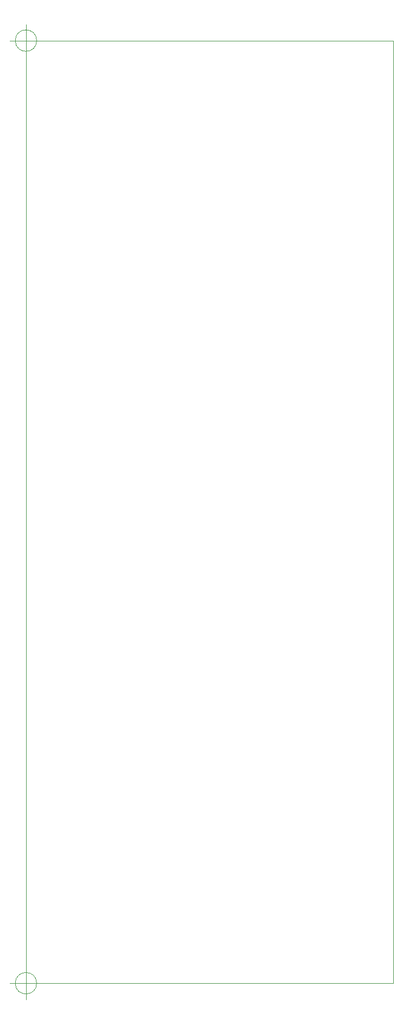
<source format=gbr>
G04 #@! TF.FileFunction,Profile,NP*
%FSLAX46Y46*%
G04 Gerber Fmt 4.6, Leading zero omitted, Abs format (unit mm)*
G04 Created by KiCad (PCBNEW 4.0.7-e2-6376~58~ubuntu16.04.1) date Mon Oct  9 01:06:08 2017*
%MOMM*%
%LPD*%
G01*
G04 APERTURE LIST*
%ADD10C,0.100000*%
G04 APERTURE END LIST*
D10*
X61866666Y-28000000D02*
G75*
G03X61866666Y-28000000I-1666666J0D01*
G01*
X57700000Y-28000000D02*
X62700000Y-28000000D01*
X60200000Y-25500000D02*
X60200000Y-30500000D01*
X61866666Y-174600000D02*
G75*
G03X61866666Y-174600000I-1666666J0D01*
G01*
X57700000Y-174600000D02*
X62700000Y-174600000D01*
X60200000Y-172100000D02*
X60200000Y-177100000D01*
X60200000Y-174600000D02*
X117400000Y-174600000D01*
X60200000Y-28000000D02*
X60200000Y-174600000D01*
X117400000Y-28000000D02*
X60200000Y-28000000D01*
X117400000Y-174600000D02*
X117400000Y-28000000D01*
M02*

</source>
